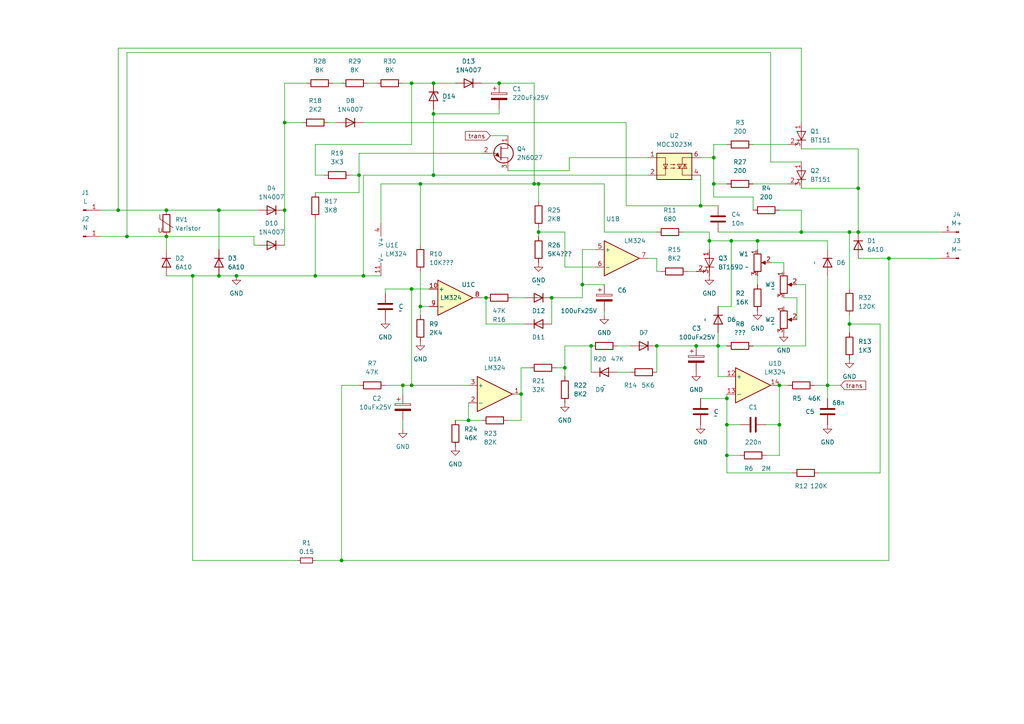
<source format=kicad_sch>
(kicad_sch (version 20230121) (generator eeschema)
  (paper "A4")
  (lib_symbols
    (symbol "Amplifier_Operational:LM324" (pin_names (offset 0.127))
      (property "Reference" "U" (at 0 5.08 0))
      (property "Value" "LM324" (at 0 -5.08 0))
      (symbol "LM324_1_1"
        (polyline (pts (xy -5.08 5.08) (xy 5.08 0) (xy -5.08 -5.08) (xy -5.08 5.08)) (stroke (width 0.254)) (fill (type background)))
        (pin output line (at 7.62 0 180) (length 2.54) (name "~") (number "1"))
        (pin input line (at -7.62 -2.54 0) (length 2.54) (name "-") (number "2"))
        (pin input line (at -7.62 2.54 0) (length 2.54) (name "+") (number "3"))
      )
      (symbol "LM324_2_1"
        (polyline (pts (xy -5.08 5.08) (xy 5.08 0) (xy -5.08 -5.08) (xy -5.08 5.08)) (stroke (width 0.254)) (fill (type background)))
        (pin input line (at -7.62 2.54 0) (length 2.54) (name "+") (number "5"))
        (pin input line (at -7.62 -2.54 0) (length 2.54) (name "-") (number "6"))
        (pin output line (at 7.62 0 180) (length 2.54) (name "~") (number "7"))
      )
      (symbol "LM324_3_1"
        (polyline (pts (xy -5.08 5.08) (xy 5.08 0) (xy -5.08 -5.08) (xy -5.08 5.08)) (stroke (width 0.254)) (fill (type background)))
        (pin input line (at -7.62 2.54 0) (length 2.54) (name "+") (number "10"))
        (pin output line (at 7.62 0 180) (length 2.54) (name "~") (number "8"))
        (pin input line (at -7.62 -2.54 0) (length 2.54) (name "-") (number "9"))
      )
      (symbol "LM324_4_1"
        (polyline (pts (xy -5.08 5.08) (xy 5.08 0) (xy -5.08 -5.08) (xy -5.08 5.08)) (stroke (width 0.254)) (fill (type background)))
        (pin input line (at -7.62 2.54 0) (length 2.54) (name "+") (number "12"))
        (pin input line (at -7.62 -2.54 0) (length 2.54) (name "-") (number "13"))
        (pin output line (at 7.62 0 180) (length 2.54) (name "~") (number "14"))
      )
      (symbol "LM324_5_1"
        (pin power_in line (at -2.54 -7.62 90) (length 3.81) (name "V-") (number "11"))
        (pin power_in line (at -2.54 7.62 270) (length 3.81) (name "V+") (number "4"))
      )
    )
    (symbol "Connector:Conn_01x01_Pin" (pin_names (offset 1.016) hide)
      (property "Reference" "J" (at 0 2.54 0))
      (property "Value" "Conn_01x01_Pin" (at 0 -2.54 0))
      (symbol "Conn_01x01_Pin_1_1"
        (polyline (pts (xy 1.27 0) (xy 0.8636 0)) (stroke (width 0.1524)))
        (rectangle (start 0.8636 0.127) (end 0 -0.127) (stroke (width 0.1524)) (fill (type outline)))
        (pin passive line (at 5.08 0 180) (length 3.81) (name "Pin_1") (number "1"))
      )
    )
    (symbol "Device:C" (pin_numbers hide) (pin_names (offset 0.254))
      (property "Reference" "C" (at 0.635 2.54 0))
      (property "Value" "C" (at 0.635 -2.54 0))
      (symbol "C_0_1"
        (polyline (pts (xy -2.032 -0.762) (xy 2.032 -0.762)) (stroke (width 0.508)))
        (polyline (pts (xy -2.032 0.762) (xy 2.032 0.762)) (stroke (width 0.508)))
      )
      (symbol "C_1_1"
        (pin passive line (at 0 3.81 270) (length 2.794) (name "~") (number "1"))
        (pin passive line (at 0 -3.81 90) (length 2.794) (name "~") (number "2"))
      )
    )
    (symbol "Device:C_Polarized" (pin_numbers hide) (pin_names (offset 0.254))
      (property "Reference" "C" (at 0.635 2.54 0))
      (property "Value" "C_Polarized" (at 0.635 -2.54 0))
      (symbol "C_Polarized_0_1"
        (rectangle (start -2.286 0.508) (end 2.286 1.016))
        (polyline (pts (xy -1.778 2.286) (xy -0.762 2.286)))
        (polyline (pts (xy -1.27 2.794) (xy -1.27 1.778)))
        (rectangle (start 2.286 -0.508) (end -2.286 -1.016) (fill (type outline)))
      )
      (symbol "C_Polarized_1_1"
        (pin passive line (at 0 3.81 270) (length 2.794) (name "~") (number "1"))
        (pin passive line (at 0 -3.81 90) (length 2.794) (name "~") (number "2"))
      )
    )
    (symbol "Device:D_Zener" (pin_numbers hide) (pin_names (offset 1.016) hide)
      (property "Reference" "D" (at 0 2.54 0))
      (property "Value" "D_Zener" (at 0 -2.54 0))
      (symbol "D_Zener_0_1"
        (polyline (pts (xy 1.27 0) (xy -1.27 0)))
        (polyline (pts (xy -1.27 -1.27) (xy -1.27 1.27) (xy -0.762 1.27)) (stroke (width 0.254)))
        (polyline (pts (xy 1.27 -1.27) (xy 1.27 1.27) (xy -1.27 0) (xy 1.27 -1.27)) (stroke (width 0.254)))
      )
      (symbol "D_Zener_1_1"
        (pin passive line (at -3.81 0 0) (length 2.54) (name "K") (number "1"))
        (pin passive line (at 3.81 0 180) (length 2.54) (name "A") (number "2"))
      )
    )
    (symbol "Device:R" (pin_numbers hide) (pin_names (offset 0))
      (property "Reference" "R" (at 2.032 0 90))
      (property "Value" "R" (at 0 0 90))
      (symbol "R_0_1"
        (rectangle (start -1.016 -2.54) (end 1.016 2.54) (stroke (width 0.254)))
      )
      (symbol "R_1_1"
        (pin passive line (at 0 3.81 270) (length 1.27) (name "~") (number "1"))
        (pin passive line (at 0 -3.81 90) (length 1.27) (name "~") (number "2"))
      )
    )
    (symbol "Device:R_Potentiometer" (pin_names (offset 1.016) hide)
      (property "Reference" "RV" (at -4.445 0 90))
      (property "Value" "R_Potentiometer" (at -2.54 0 90))
      (symbol "R_Potentiometer_0_1"
        (polyline (pts (xy 2.54 0) (xy 1.524 0)))
        (polyline (pts (xy 1.143 0) (xy 2.286 0.508) (xy 2.286 -0.508) (xy 1.143 0)) (fill (type outline)))
        (rectangle (start 1.016 2.54) (end -1.016 -2.54) (stroke (width 0.254)))
      )
      (symbol "R_Potentiometer_1_1"
        (pin passive line (at 0 3.81 270) (length 1.27) (name "1") (number "1"))
        (pin passive line (at 3.81 0 180) (length 1.27) (name "2") (number "2"))
        (pin passive line (at 0 -3.81 90) (length 1.27) (name "3") (number "3"))
      )
    )
    (symbol "Device:R_Small" (pin_numbers hide) (pin_names (offset 0.254) hide)
      (property "Reference" "R" (at 0.762 0.508 0))
      (property "Value" "R_Small" (at 0.762 -1.016 0))
      (symbol "R_Small_0_1"
        (rectangle (start -0.762 1.778) (end 0.762 -1.778) (stroke (width 0.2032)))
      )
      (symbol "R_Small_1_1"
        (pin passive line (at 0 2.54 270) (length 0.762) (name "~") (number "1"))
        (pin passive line (at 0 -2.54 90) (length 0.762) (name "~") (number "2"))
      )
    )
    (symbol "Device:Varistor" (pin_numbers hide) (pin_names (offset 0))
      (property "Reference" "RV" (at 3.175 0 90))
      (property "Value" "Varistor" (at -3.175 0 90))
      (symbol "Varistor_0_0"
        (text "U" (at -1.778 -2.032 0) (effects (font (size 1.27 1.27))))
      )
      (symbol "Varistor_0_1"
        (rectangle (start -1.016 -2.54) (end 1.016 2.54) (stroke (width 0.254)))
        (polyline (pts (xy -1.905 2.54) (xy -1.905 1.27) (xy 1.905 -1.27)))
      )
      (symbol "Varistor_1_1"
        (pin passive line (at 0 3.81 270) (length 1.27) (name "~") (number "1"))
        (pin passive line (at 0 -3.81 90) (length 1.27) (name "~") (number "2"))
      )
    )
    (symbol "Diode:1N4001" (pin_numbers hide) (pin_names hide)
      (property "Reference" "D" (at 0 2.54 0))
      (property "Value" "1N4001" (at 0 -2.54 0))
      (symbol "1N4001_0_1"
        (polyline (pts (xy -1.27 1.27) (xy -1.27 -1.27)) (stroke (width 0.254)))
        (polyline (pts (xy 1.27 0) (xy -1.27 0)))
        (polyline (pts (xy 1.27 1.27) (xy 1.27 -1.27) (xy -1.27 0) (xy 1.27 1.27)) (stroke (width 0.254)))
      )
      (symbol "1N4001_1_1"
        (pin passive line (at -3.81 0 0) (length 2.54) (name "K") (number "1"))
        (pin passive line (at 3.81 0 180) (length 2.54) (name "A") (number "2"))
      )
    )
    (symbol "Diode:1N4007" (pin_numbers hide) (pin_names hide)
      (property "Reference" "D" (at 0 2.54 0))
      (property "Value" "1N4007" (at 0 -2.54 0))
      (symbol "1N4007_0_1"
        (polyline (pts (xy -1.27 1.27) (xy -1.27 -1.27)) (stroke (width 0.254)))
        (polyline (pts (xy 1.27 0) (xy -1.27 0)))
        (polyline (pts (xy 1.27 1.27) (xy 1.27 -1.27) (xy -1.27 0) (xy 1.27 1.27)) (stroke (width 0.254)))
      )
      (symbol "1N4007_1_1"
        (pin passive line (at -3.81 0 0) (length 2.54) (name "K") (number "1"))
        (pin passive line (at 3.81 0 180) (length 2.54) (name "A") (number "2"))
      )
    )
    (symbol "Relay_SolidState:MOC3023M"
      (property "Reference" "U" (at -5.334 4.826 0))
      (property "Value" "MOC3023M" (at 0 5.08 0))
      (symbol "MOC3023M_0_1"
        (rectangle (start -5.08 3.81) (end 5.08 -3.81) (stroke (width 0.254)) (fill (type background)))
        (polyline (pts (xy -3.175 -0.635) (xy -1.905 -0.635)))
        (polyline (pts (xy 1.524 -0.635) (xy 1.524 0.635)))
        (polyline (pts (xy 3.048 0.635) (xy 3.048 -0.635)))
        (polyline (pts (xy 2.286 -0.635) (xy 2.286 -2.54) (xy 5.08 -2.54)))
        (polyline (pts (xy 2.286 0.635) (xy 2.286 2.54) (xy 5.08 2.54)))
        (polyline (pts (xy -5.08 2.54) (xy -2.54 2.54) (xy -2.54 -2.54) (xy -5.08 -2.54)))
        (polyline (pts (xy -2.54 -0.635) (xy -3.175 0.635) (xy -1.905 0.635) (xy -2.54 -0.635)))
        (polyline (pts (xy 0.889 -0.635) (xy 3.683 -0.635) (xy 3.048 0.635) (xy 2.413 -0.635)))
        (polyline (pts (xy 3.683 0.635) (xy 0.889 0.635) (xy 1.524 -0.635) (xy 2.159 0.635)))
        (polyline (pts (xy -1.143 -0.508) (xy 0.127 -0.508) (xy -0.254 -0.635) (xy -0.254 -0.381) (xy 0.127 -0.508)))
        (polyline (pts (xy -1.143 0.508) (xy 0.127 0.508) (xy -0.254 0.381) (xy -0.254 0.635) (xy 0.127 0.508)))
      )
      (symbol "MOC3023M_1_1"
        (pin passive line (at -7.62 2.54 0) (length 2.54) (name "~") (number "1"))
        (pin passive line (at -7.62 -2.54 0) (length 2.54) (name "~") (number "2"))
        (pin no_connect line (at -5.08 0 0) (length 2.54) hide (name "NC") (number "3"))
        (pin passive line (at 7.62 -2.54 180) (length 2.54) (name "~") (number "4"))
        (pin no_connect line (at 5.08 0 180) (length 2.54) hide (name "NC") (number "5"))
        (pin passive line (at 7.62 2.54 180) (length 2.54) (name "~") (number "6"))
      )
    )
    (symbol "Transistor_BJT:2N2647" (pin_names (offset 0) hide)
      (property "Reference" "Q" (at 5.08 1.905 0))
      (property "Value" "2N2647" (at 5.08 0 0))
      (symbol "2N2647_0_1"
        (polyline (pts (xy -2.54 0) (xy -1.016 0) (xy 0.508 -1.524)))
        (polyline (pts (xy 0.508 1.905) (xy 0.508 -1.905) (xy 0.508 -1.905)) (stroke (width 0.254)))
        (polyline (pts (xy 2.54 -2.54) (xy 2.54 -1.27) (xy 0.508 -1.27)))
        (polyline (pts (xy 2.54 2.54) (xy 2.54 1.397) (xy 0.508 1.397)))
        (polyline (pts (xy 0 -1.016) (xy -0.381 0.127) (xy -1.143 -0.635) (xy 0 -1.016)) (fill (type outline)))
        (circle (center 1.27 0) (radius 2.8194) (stroke (width 0.254)))
      )
      (symbol "2N2647_1_1"
        (pin passive line (at 2.54 5.08 270) (length 2.54) (name "B2") (number "1"))
        (pin input line (at -5.08 0 0) (length 2.54) (name "E") (number "2"))
        (pin passive line (at 2.54 -5.08 90) (length 2.54) (name "B1") (number "3"))
      )
    )
    (symbol "Triac_Thyristor:BT169B" (pin_names (offset 0) hide)
      (property "Reference" "Q" (at 2.54 1.905 0))
      (property "Value" "BT169B" (at 2.54 0 0))
      (symbol "BT169B_0_1"
        (polyline (pts (xy -1.27 -2.54) (xy -0.635 -1.27)))
        (polyline (pts (xy -1.27 -1.27) (xy 1.27 -1.27)) (stroke (width 0.2032)))
        (polyline (pts (xy 0 -2.54) (xy 0 2.54)))
        (polyline (pts (xy -1.27 1.27) (xy 1.27 1.27) (xy 0 -1.27) (xy -1.27 1.27)) (stroke (width 0.2032)))
      )
      (symbol "BT169B_1_1"
        (pin passive line (at 0 3.81 270) (length 2.54) (name "A") (number "1"))
        (pin input line (at -3.81 -2.54 0) (length 2.54) (name "G") (number "2"))
        (pin passive line (at 0 -3.81 90) (length 2.54) (name "K") (number "3"))
      )
    )
    (symbol "Triac_Thyristor:BT169D" (pin_names (offset 0) hide)
      (property "Reference" "Q" (at 2.54 1.905 0))
      (property "Value" "BT169D" (at 2.54 0 0))
      (symbol "BT169D_0_1"
        (polyline (pts (xy -1.27 -2.54) (xy -0.635 -1.27)))
        (polyline (pts (xy -1.27 -1.27) (xy 1.27 -1.27)) (stroke (width 0.2032)))
        (polyline (pts (xy 0 -2.54) (xy 0 2.54)))
        (polyline (pts (xy -1.27 1.27) (xy 1.27 1.27) (xy 0 -1.27) (xy -1.27 1.27)) (stroke (width 0.2032)))
      )
      (symbol "BT169D_1_1"
        (pin passive line (at 0 3.81 270) (length 2.54) (name "A") (number "1"))
        (pin input line (at -3.81 -2.54 0) (length 2.54) (name "G") (number "2"))
        (pin passive line (at 0 -3.81 90) (length 2.54) (name "K") (number "3"))
      )
    )
    (symbol "power:GND" (power) (pin_names (offset 0))
      (property "Value" "GND" (at 0 -3.81 0))
      (symbol "GND_0_1"
        (polyline (pts (xy 0 0) (xy 0 -1.27) (xy 1.27 -1.27) (xy 0 -2.54) (xy -1.27 -1.27) (xy 0 -1.27)))
      )
      (symbol "GND_1_1"
        (pin power_in line (at 0 0 270) (length 0) hide (name "GND") (number "1"))
      )
    )
  )
  (junction (at 151.13 114.3))
  (junction (at 190.5 100.33))
  (junction (at 105.41 80.01))
  (junction (at 210.82 132.08))
  (junction (at 144.78 24.13))
  (junction (at 55.88 80.01))
  (junction (at 121.92 88.9))
  (junction (at 248.92 67.31))
  (junction (at 232.41 67.31))
  (junction (at 68.58 80.01))
  (junction (at 63.5 60.96))
  (junction (at 257.81 74.93))
  (junction (at 154.94 53.34))
  (junction (at 246.38 67.31))
  (junction (at 63.5 80.01))
  (junction (at 34.29 60.96))
  (junction (at 207.01 45.72))
  (junction (at 82.55 60.96))
  (junction (at 156.21 53.34))
  (junction (at 203.2 59.69))
  (junction (at 135.89 121.92))
  (junction (at 99.06 162.56))
  (junction (at 226.06 111.76))
  (junction (at 163.83 106.68))
  (junction (at 160.02 86.36))
  (junction (at 156.21 67.31))
  (junction (at 48.26 60.96))
  (junction (at 119.38 111.76))
  (junction (at 125.73 33.02))
  (junction (at 48.26 68.58))
  (junction (at 248.92 54.61))
  (junction (at 208.28 100.33))
  (junction (at 240.03 111.76))
  (junction (at 125.73 24.13))
  (junction (at 201.93 100.33))
  (junction (at 91.44 80.01))
  (junction (at 212.09 69.85))
  (junction (at 140.97 86.36))
  (junction (at 210.82 123.19))
  (junction (at 246.38 93.98))
  (junction (at 210.82 115.57))
  (junction (at 121.92 53.34))
  (junction (at 125.73 50.8))
  (junction (at 168.91 82.55))
  (junction (at 36.83 68.58))
  (junction (at 119.38 24.13))
  (junction (at 171.45 100.33))
  (junction (at 205.74 69.85))
  (junction (at 226.06 123.19))
  (junction (at 82.55 35.56))
  (junction (at 119.38 83.82))
  (junction (at 207.01 53.34))
  (junction (at 104.14 50.8))
  (junction (at 219.71 69.85))
  (junction (at 116.84 111.76))
  (wire (pts (xy 227.33 76.2) (xy 227.33 78.74)))
  (wire (pts (xy 218.44 60.96) (xy 218.44 57.15)))
  (wire (pts (xy 73.66 68.58) (xy 48.26 68.58)))
  (wire (pts (xy 208.28 96.52) (xy 208.28 100.33)))
  (wire (pts (xy 132.08 121.92) (xy 135.89 121.92)))
  (wire (pts (xy 160.02 86.36) (xy 168.91 86.36)))
  (wire (pts (xy 163.83 77.47) (xy 163.83 67.31)))
  (wire (pts (xy 198.12 67.31) (xy 205.74 67.31)))
  (wire (pts (xy 116.84 111.76) (xy 119.38 111.76)))
  (wire (pts (xy 119.38 83.82) (xy 119.38 111.76)))
  (wire (pts (xy 233.68 82.55) (xy 233.68 100.33)))
  (wire (pts (xy 105.41 80.01) (xy 91.44 80.01)))
  (wire (pts (xy 237.49 137.16) (xy 255.27 137.16)))
  (wire (pts (xy 55.88 80.01) (xy 63.5 80.01)))
  (wire (pts (xy 179.07 100.33) (xy 182.88 100.33)))
  (wire (pts (xy 110.49 53.34) (xy 121.92 53.34)))
  (wire (pts (xy 34.29 13.97) (xy 232.41 13.97)))
  (wire (pts (xy 232.41 67.31) (xy 246.38 67.31)))
  (wire (pts (xy 240.03 111.76) (xy 240.03 115.57)))
  (wire (pts (xy 125.73 24.13) (xy 132.08 24.13)))
  (wire (pts (xy 163.83 100.33) (xy 171.45 100.33)))
  (wire (pts (xy 248.92 43.18) (xy 248.92 54.61)))
  (wire (pts (xy 91.44 80.01) (xy 68.58 80.01)))
  (wire (pts (xy 255.27 137.16) (xy 255.27 93.98)))
  (wire (pts (xy 236.22 111.76) (xy 240.03 111.76)))
  (wire (pts (xy 116.84 24.13) (xy 119.38 24.13)))
  (wire (pts (xy 222.25 123.19) (xy 226.06 123.19)))
  (wire (pts (xy 219.71 80.01) (xy 219.71 82.55)))
  (wire (pts (xy 119.38 111.76) (xy 135.89 111.76)))
  (wire (pts (xy 151.13 114.3) (xy 151.13 106.68)))
  (wire (pts (xy 232.41 43.18) (xy 248.92 43.18)))
  (wire (pts (xy 105.41 80.01) (xy 110.49 80.01)))
  (wire (pts (xy 190.5 78.74) (xy 190.5 74.93)))
  (wire (pts (xy 210.82 123.19) (xy 210.82 115.57)))
  (wire (pts (xy 226.06 132.08) (xy 226.06 123.19)))
  (wire (pts (xy 154.94 53.34) (xy 156.21 53.34)))
  (wire (pts (xy 151.13 106.68) (xy 153.67 106.68)))
  (wire (pts (xy 257.81 162.56) (xy 257.81 74.93)))
  (wire (pts (xy 232.41 13.97) (xy 232.41 35.56)))
  (wire (pts (xy 111.76 83.82) (xy 111.76 85.09)))
  (wire (pts (xy 139.7 44.45) (xy 104.14 44.45)))
  (wire (pts (xy 223.52 76.2) (xy 227.33 76.2)))
  (wire (pts (xy 214.63 123.19) (xy 210.82 123.19)))
  (wire (pts (xy 154.94 24.13) (xy 144.78 24.13)))
  (wire (pts (xy 104.14 50.8) (xy 104.14 44.45)))
  (wire (pts (xy 86.36 162.56) (xy 55.88 162.56)))
  (wire (pts (xy 168.91 82.55) (xy 168.91 72.39)))
  (wire (pts (xy 203.2 50.8) (xy 203.2 59.69)))
  (wire (pts (xy 208.28 109.22) (xy 210.82 109.22)))
  (wire (pts (xy 273.05 74.93) (xy 257.81 74.93)))
  (wire (pts (xy 246.38 91.44) (xy 246.38 93.98)))
  (wire (pts (xy 210.82 132.08) (xy 210.82 123.19)))
  (wire (pts (xy 205.74 72.39) (xy 205.74 69.85)))
  (wire (pts (xy 165.1 45.72) (xy 165.1 49.53)))
  (wire (pts (xy 48.26 68.58) (xy 48.26 72.39)))
  (wire (pts (xy 95.25 35.56) (xy 97.79 35.56)))
  (wire (pts (xy 139.7 86.36) (xy 140.97 86.36)))
  (wire (pts (xy 36.83 68.58) (xy 48.26 68.58)))
  (wire (pts (xy 181.61 59.69) (xy 203.2 59.69)))
  (wire (pts (xy 227.33 86.36) (xy 231.14 86.36)))
  (wire (pts (xy 82.55 24.13) (xy 88.9 24.13)))
  (wire (pts (xy 104.14 50.8) (xy 104.14 55.88)))
  (wire (pts (xy 29.21 60.96) (xy 34.29 60.96)))
  (wire (pts (xy 181.61 35.56) (xy 181.61 59.69)))
  (wire (pts (xy 29.21 68.58) (xy 36.83 68.58)))
  (wire (pts (xy 248.92 54.61) (xy 248.92 67.31)))
  (wire (pts (xy 226.06 111.76) (xy 228.6 111.76)))
  (wire (pts (xy 218.44 53.34) (xy 228.6 53.34)))
  (wire (pts (xy 55.88 162.56) (xy 55.88 80.01)))
  (wire (pts (xy 91.44 50.8) (xy 93.98 50.8)))
  (wire (pts (xy 144.78 33.02) (xy 144.78 31.75)))
  (wire (pts (xy 171.45 100.33) (xy 171.45 107.95)))
  (wire (pts (xy 232.41 46.99) (xy 223.52 46.99)))
  (wire (pts (xy 142.24 39.37) (xy 147.32 39.37)))
  (wire (pts (xy 208.28 67.31) (xy 232.41 67.31)))
  (wire (pts (xy 207.01 57.15) (xy 207.01 53.34)))
  (wire (pts (xy 210.82 53.34) (xy 207.01 53.34)))
  (wire (pts (xy 68.58 80.01) (xy 63.5 80.01)))
  (wire (pts (xy 91.44 162.56) (xy 99.06 162.56)))
  (wire (pts (xy 121.92 78.74) (xy 121.92 88.9)))
  (wire (pts (xy 240.03 80.01) (xy 240.03 111.76)))
  (wire (pts (xy 175.26 67.31) (xy 190.5 67.31)))
  (wire (pts (xy 121.92 53.34) (xy 121.92 71.12)))
  (wire (pts (xy 255.27 93.98) (xy 246.38 93.98)))
  (wire (pts (xy 111.76 111.76) (xy 116.84 111.76)))
  (wire (pts (xy 187.96 45.72) (xy 165.1 45.72)))
  (wire (pts (xy 190.5 74.93) (xy 187.96 74.93)))
  (wire (pts (xy 34.29 60.96) (xy 48.26 60.96)))
  (wire (pts (xy 226.06 60.96) (xy 232.41 60.96)))
  (wire (pts (xy 210.82 41.91) (xy 207.01 41.91)))
  (wire (pts (xy 154.94 53.34) (xy 154.94 24.13)))
  (wire (pts (xy 82.55 35.56) (xy 82.55 24.13)))
  (wire (pts (xy 248.92 74.93) (xy 257.81 74.93)))
  (wire (pts (xy 163.83 106.68) (xy 163.83 100.33)))
  (wire (pts (xy 229.87 137.16) (xy 210.82 137.16)))
  (wire (pts (xy 124.46 83.82) (xy 119.38 83.82)))
  (wire (pts (xy 73.66 71.12) (xy 74.93 71.12)))
  (wire (pts (xy 240.03 111.76) (xy 243.84 111.76)))
  (wire (pts (xy 152.4 86.36) (xy 148.59 86.36)))
  (wire (pts (xy 191.77 78.74) (xy 190.5 78.74)))
  (wire (pts (xy 48.26 80.01) (xy 55.88 80.01)))
  (wire (pts (xy 190.5 100.33) (xy 190.5 107.95)))
  (wire (pts (xy 82.55 60.96) (xy 82.55 35.56)))
  (wire (pts (xy 207.01 41.91) (xy 207.01 45.72)))
  (wire (pts (xy 91.44 55.88) (xy 104.14 55.88)))
  (wire (pts (xy 218.44 57.15) (xy 207.01 57.15)))
  (wire (pts (xy 175.26 90.17) (xy 175.26 91.44)))
  (wire (pts (xy 199.39 78.74) (xy 201.93 78.74)))
  (wire (pts (xy 99.06 111.76) (xy 99.06 162.56)))
  (wire (pts (xy 175.26 53.34) (xy 175.26 67.31)))
  (wire (pts (xy 140.97 93.98) (xy 152.4 93.98)))
  (wire (pts (xy 168.91 72.39) (xy 172.72 72.39)))
  (wire (pts (xy 231.14 86.36) (xy 231.14 92.71)))
  (wire (pts (xy 99.06 162.56) (xy 257.81 162.56)))
  (wire (pts (xy 203.2 115.57) (xy 210.82 115.57)))
  (wire (pts (xy 116.84 111.76) (xy 116.84 114.3)))
  (wire (pts (xy 168.91 82.55) (xy 168.91 86.36)))
  (wire (pts (xy 212.09 69.85) (xy 205.74 69.85)))
  (wire (pts (xy 63.5 60.96) (xy 74.93 60.96)))
  (wire (pts (xy 160.02 86.36) (xy 160.02 93.98)))
  (wire (pts (xy 168.91 82.55) (xy 175.26 82.55)))
  (wire (pts (xy 201.93 100.33) (xy 208.28 100.33)))
  (wire (pts (xy 226.06 123.19) (xy 226.06 111.76)))
  (wire (pts (xy 240.03 72.39) (xy 240.03 69.85)))
  (wire (pts (xy 205.74 69.85) (xy 205.74 67.31)))
  (wire (pts (xy 165.1 49.53) (xy 147.32 49.53)))
  (wire (pts (xy 105.41 50.8) (xy 105.41 80.01)))
  (wire (pts (xy 222.25 132.08) (xy 226.06 132.08)))
  (wire (pts (xy 190.5 100.33) (xy 201.93 100.33)))
  (wire (pts (xy 163.83 67.31) (xy 156.21 67.31)))
  (wire (pts (xy 106.68 24.13) (xy 109.22 24.13)))
  (wire (pts (xy 161.29 106.68) (xy 163.83 106.68)))
  (wire (pts (xy 187.96 50.8) (xy 125.73 50.8)))
  (wire (pts (xy 163.83 106.68) (xy 163.83 109.22)))
  (wire (pts (xy 82.55 35.56) (xy 87.63 35.56)))
  (wire (pts (xy 119.38 24.13) (xy 125.73 24.13)))
  (wire (pts (xy 124.46 88.9) (xy 121.92 88.9)))
  (wire (pts (xy 91.44 63.5) (xy 91.44 80.01)))
  (wire (pts (xy 121.92 88.9) (xy 121.92 91.44)))
  (wire (pts (xy 246.38 67.31) (xy 246.38 83.82)))
  (wire (pts (xy 248.92 67.31) (xy 273.05 67.31)))
  (wire (pts (xy 208.28 88.9) (xy 212.09 88.9)))
  (wire (pts (xy 210.82 115.57) (xy 210.82 114.3)))
  (wire (pts (xy 73.66 71.12) (xy 73.66 68.58)))
  (wire (pts (xy 110.49 53.34) (xy 110.49 64.77)))
  (wire (pts (xy 63.5 60.96) (xy 48.26 60.96)))
  (wire (pts (xy 179.07 107.95) (xy 182.88 107.95)))
  (wire (pts (xy 232.41 60.96) (xy 232.41 67.31)))
  (wire (pts (xy 156.21 53.34) (xy 175.26 53.34)))
  (wire (pts (xy 119.38 83.82) (xy 111.76 83.82)))
  (wire (pts (xy 210.82 137.16) (xy 210.82 132.08)))
  (wire (pts (xy 121.92 53.34) (xy 154.94 53.34)))
  (wire (pts (xy 232.41 54.61) (xy 248.92 54.61)))
  (wire (pts (xy 135.89 116.84) (xy 135.89 121.92)))
  (wire (pts (xy 34.29 13.97) (xy 34.29 60.96)))
  (wire (pts (xy 119.38 24.13) (xy 119.38 41.91)))
  (wire (pts (xy 101.6 50.8) (xy 104.14 50.8)))
  (wire (pts (xy 233.68 100.33) (xy 218.44 100.33)))
  (wire (pts (xy 125.73 33.02) (xy 125.73 50.8)))
  (wire (pts (xy 156.21 58.42) (xy 156.21 53.34)))
  (wire (pts (xy 156.21 66.04) (xy 156.21 67.31)))
  (wire (pts (xy 147.32 121.92) (xy 151.13 121.92)))
  (wire (pts (xy 223.52 46.99) (xy 223.52 15.24)))
  (wire (pts (xy 151.13 121.92) (xy 151.13 114.3)))
  (wire (pts (xy 207.01 45.72) (xy 203.2 45.72)))
  (wire (pts (xy 63.5 72.39) (xy 63.5 60.96)))
  (wire (pts (xy 82.55 60.96) (xy 82.55 71.12)))
  (wire (pts (xy 208.28 100.33) (xy 208.28 109.22)))
  (wire (pts (xy 119.38 41.91) (xy 91.44 41.91)))
  (wire (pts (xy 140.97 86.36) (xy 140.97 93.98)))
  (wire (pts (xy 203.2 59.69) (xy 208.28 59.69)))
  (wire (pts (xy 116.84 121.92) (xy 116.84 124.46)))
  (wire (pts (xy 214.63 132.08) (xy 210.82 132.08)))
  (wire (pts (xy 135.89 121.92) (xy 139.7 121.92)))
  (wire (pts (xy 104.14 111.76) (xy 99.06 111.76)))
  (wire (pts (xy 125.73 50.8) (xy 105.41 50.8)))
  (wire (pts (xy 246.38 93.98) (xy 246.38 96.52)))
  (wire (pts (xy 96.52 24.13) (xy 99.06 24.13)))
  (wire (pts (xy 139.7 24.13) (xy 144.78 24.13)))
  (wire (pts (xy 240.03 69.85) (xy 219.71 69.85)))
  (wire (pts (xy 156.21 67.31) (xy 156.21 68.58)))
  (wire (pts (xy 246.38 67.31) (xy 248.92 67.31)))
  (wire (pts (xy 125.73 31.75) (xy 125.73 33.02)))
  (wire (pts (xy 212.09 88.9) (xy 212.09 69.85)))
  (wire (pts (xy 231.14 82.55) (xy 233.68 82.55)))
  (wire (pts (xy 219.71 72.39) (xy 219.71 69.85)))
  (wire (pts (xy 218.44 41.91) (xy 228.6 41.91)))
  (wire (pts (xy 207.01 53.34) (xy 207.01 45.72)))
  (wire (pts (xy 219.71 69.85) (xy 212.09 69.85)))
  (wire (pts (xy 91.44 41.91) (xy 91.44 50.8)))
  (wire (pts (xy 125.73 33.02) (xy 144.78 33.02)))
  (wire (pts (xy 105.41 35.56) (xy 181.61 35.56)))
  (wire (pts (xy 36.83 15.24) (xy 36.83 68.58)))
  (wire (pts (xy 172.72 77.47) (xy 163.83 77.47)))
  (wire (pts (xy 208.28 100.33) (xy 210.82 100.33)))
  (wire (pts (xy 223.52 15.24) (xy 36.83 15.24)))
  (global_label "trans" (shape input) (at 243.84 111.76 0) (property "Intersheetrefs" "${INTERSHEET_REFS}" (effects hide)))
  (global_label "trans" (shape input) (at 142.24 39.37 180) (property "Intersheetrefs" "${INTERSHEET_REFS}" (effects hide)))
  (symbol (lib_id "Diode:1N4001") (at 248.92 71.12 270) (unit 1)
    (property "Reference" "D1" (at 251.46 69.85 90) (effects (justify left)))
    (property "Value" "6A10" (at 251.46 72.39 90) (effects (justify left)))
    (property "Footprint" "Diode_THT:D_DO-41_SOD81_P10.16mm_Horizontal" (effects hide))
    (property "Datasheet" "http://www.vishay.com/docs/88503/1n4001.pdf" (effects hide))
    (property "Sim.Device" "D" (effects hide))
    (property "Sim.Pins" "1=K 2=A" (effects hide))
  )
  (symbol (lib_id "Device:R") (at 233.68 137.16 90) (unit 1)
    (property "Reference" "R12" (at 232.41 140.97 90))
    (property "Value" "120K" (at 237.49 140.97 90))
  )
  (symbol (lib_id "Device:R") (at 214.63 100.33 90) (unit 1)
    (property "Reference" "R8" (at 214.63 93.98 90))
    (property "Value" "???" (at 214.63 96.52 90))
  )
  (symbol (lib_id "Device:R") (at 156.21 62.23 0) (unit 1)
    (property "Reference" "R25" (at 158.75 60.96 0) (effects (justify left)))
    (property "Value" "2K8" (at 158.75 63.5 0) (effects (justify left)))
  )
  (symbol (lib_id "Device:C") (at 218.44 123.19 90) (unit 1)
    (property "Reference" "C1" (at 218.44 118.11 90))
    (property "Value" "220n" (at 220.98 128.27 90) (effects (justify left)))
  )
  (symbol (lib_id "power:GND") (at 156.21 76.2 0) (unit 1)
    (property "Reference" "#PWR07" (effects hide))
    (property "Value" "GND" (at 156.21 81.28 0))
  )
  (symbol (lib_id "Device:R") (at 194.31 67.31 90) (unit 1)
    (property "Reference" "R11" (at 194.31 60.96 90))
    (property "Value" "680" (at 194.31 63.5 90))
  )
  (symbol (lib_id "Device:Varistor") (at 48.26 64.77 0) (unit 1)
    (property "Reference" "RV1" (at 50.8 63.6933 0) (effects (justify left)))
    (property "Value" "Varistor" (at 50.8 66.2333 0) (effects (justify left)))
    (property "Sim.Name" "kicad_builtin_varistor" (effects hide))
    (property "Sim.Device" "SUBCKT" (effects hide))
    (property "Sim.Pins" "1=A 2=B" (effects hide))
    (property "Sim.Params" "threshold=1k" (effects hide))
    (property "Sim.Library" "${KICAD7_SYMBOL_DIR}/Simulation_SPICE.sp" (effects hide))
  )
  (symbol (lib_id "Device:R") (at 218.44 132.08 90) (unit 1)
    (property "Reference" "R6" (at 217.17 135.89 90))
    (property "Value" "2M" (at 222.25 135.89 90))
  )
  (symbol (lib_id "Amplifier_Operational:LM324") (at 180.34 74.93 0) (unit 2)
    (property "Reference" "U1" (at 177.8 63.5 0))
    (property "Value" "LM324" (at 184.15 69.85 0))
    (property "Datasheet" "http://www.ti.com/lit/ds/symlink/lm2902-n.pdf" (effects hide))
  )
  (symbol (lib_id "Diode:1N4007") (at 240.03 76.2 270) (unit 1)
    (property "Reference" "D6" (at 242.57 76.2 90) (effects (justify left)))
    (property "Value" "~" (at 236.22 76.2 0))
    (property "Footprint" "Diode_THT:D_DO-41_SOD81_P10.16mm_Horizontal" (effects hide))
    (property "Datasheet" "http://www.vishay.com/docs/88503/1n4001.pdf" (effects hide))
    (property "Sim.Device" "D" (effects hide))
    (property "Sim.Pins" "1=K 2=A" (effects hide))
  )
  (symbol (lib_id "Device:R") (at 143.51 121.92 90) (unit 1)
    (property "Reference" "R23" (at 142.24 125.73 90))
    (property "Value" "82K" (at 142.24 128.27 90))
  )
  (symbol (lib_id "Diode:1N4007") (at 175.26 107.95 0) (unit 1)
    (property "Reference" "D9" (at 173.99 113.03 0))
    (property "Value" "~" (at 175.26 111.76 0))
    (property "Footprint" "Diode_THT:D_DO-41_SOD81_P10.16mm_Horizontal" (effects hide))
    (property "Datasheet" "http://www.vishay.com/docs/88503/1n4001.pdf" (effects hide))
    (property "Sim.Device" "D" (effects hide))
    (property "Sim.Pins" "1=K 2=A" (effects hide))
  )
  (symbol (lib_id "Diode:1N4001") (at 63.5 76.2 270) (unit 1)
    (property "Reference" "D3" (at 66.04 74.93 90) (effects (justify left)))
    (property "Value" "6A10" (at 66.04 77.47 90) (effects (justify left)))
    (property "Footprint" "Diode_THT:D_DO-41_SOD81_P10.16mm_Horizontal" (effects hide))
    (property "Datasheet" "http://www.vishay.com/docs/88503/1n4001.pdf" (effects hide))
    (property "Sim.Device" "D" (effects hide))
    (property "Sim.Pins" "1=K 2=A" (effects hide))
  )
  (symbol (lib_id "Device:R") (at 113.03 24.13 90) (unit 1)
    (property "Reference" "R30" (at 113.03 17.78 90))
    (property "Value" "8K" (at 113.03 20.32 90))
  )
  (symbol (lib_id "power:GND") (at 219.71 90.17 0) (unit 1)
    (property "Reference" "#PWR02" (effects hide))
    (property "Value" "GND" (at 219.71 95.25 0))
  )
  (symbol (lib_id "Amplifier_Operational:LM324") (at 132.08 86.36 0) (unit 3)
    (property "Reference" "U1" (at 135.89 82.55 0))
    (property "Value" "LM324" (at 130.81 86.36 0))
    (property "Datasheet" "http://www.ti.com/lit/ds/symlink/lm2902-n.pdf" (effects hide))
  )
  (symbol (lib_id "Device:R") (at 91.44 35.56 90) (unit 1)
    (property "Reference" "R18" (at 91.44 29.21 90))
    (property "Value" "2K2" (at 91.44 31.75 90))
  )
  (symbol (lib_id "Transistor_BJT:2N2647") (at 144.78 44.45 0) (unit 1)
    (property "Reference" "Q4" (at 149.86 43.18 0) (effects (justify left)))
    (property "Value" "2N6027" (at 149.86 45.72 0) (effects (justify left)))
    (property "Footprint" "Package_TO_SOT_THT:TO-18-3" (effects hide))
    (property "Datasheet" "http://www.bucek.name/pdf/2n2646,2647.pdf" (effects hide))
  )
  (symbol (lib_id "Device:R") (at 102.87 24.13 90) (unit 1)
    (property "Reference" "R29" (at 102.87 17.78 90))
    (property "Value" "8K" (at 102.87 20.32 90))
  )
  (symbol (lib_id "Triac_Thyristor:BT169B") (at 232.41 39.37 0) (unit 1)
    (property "Reference" "Q1" (at 234.95 38.1 0) (effects (justify left)))
    (property "Value" "BT151" (at 234.95 40.64 0) (effects (justify left)))
    (property "Footprint" "Package_TO_SOT_THT:TO-92_Inline" (effects hide))
    (property "Datasheet" "https://media.digikey.com/pdf/Data%20Sheets/NXP%20PDFs/BT169_Series.pdf" (effects hide))
  )
  (symbol (lib_id "power:GND") (at 246.38 104.14 0) (unit 1)
    (property "Reference" "#PWR015" (effects hide))
    (property "Value" "GND" (at 246.38 109.22 0))
  )
  (symbol (lib_id "power:GND") (at 132.08 129.54 0) (unit 1)
    (property "Reference" "#PWR09" (effects hide))
    (property "Value" "GND" (at 132.08 134.62 0))
  )
  (symbol (lib_id "Device:R") (at 132.08 125.73 0) (unit 1)
    (property "Reference" "R24" (at 134.62 124.46 0) (effects (justify left)))
    (property "Value" "46K" (at 134.62 127 0) (effects (justify left)))
  )
  (symbol (lib_id "Device:R") (at 91.44 59.69 180) (unit 1)
    (property "Reference" "R17" (at 93.98 58.42 0) (effects (justify right)))
    (property "Value" "3K8" (at 93.98 60.96 0) (effects (justify right)))
  )
  (symbol (lib_id "power:GND") (at 205.74 80.01 0) (unit 1)
    (property "Reference" "#PWR04" (effects hide))
    (property "Value" "GND" (at 205.74 85.09 0))
  )
  (symbol (lib_id "Device:R") (at 214.63 53.34 90) (unit 1)
    (property "Reference" "R27" (at 214.63 46.99 90))
    (property "Value" "200" (at 214.63 49.53 90))
  )
  (symbol (lib_id "Device:R") (at 156.21 72.39 0) (unit 1)
    (property "Reference" "R26" (at 158.75 71.12 0) (effects (justify left)))
    (property "Value" "5K4???" (at 158.75 73.66 0) (effects (justify left)))
  )
  (symbol (lib_id "Device:R") (at 163.83 113.03 0) (unit 1)
    (property "Reference" "R22" (at 166.37 111.76 0) (effects (justify left)))
    (property "Value" "8K2" (at 166.37 114.3 0) (effects (justify left)))
  )
  (symbol (lib_id "Device:C_Polarized") (at 175.26 86.36 0) (unit 1)
    (property "Reference" "C6" (at 179.07 84.201 0) (effects (justify left)))
    (property "Value" "100uFx25V" (at 162.56 90.17 0) (effects (justify left)))
  )
  (symbol (lib_id "Device:C_Polarized") (at 144.78 27.94 0) (unit 1)
    (property "Reference" "C1" (at 148.59 25.781 0) (effects (justify left)))
    (property "Value" "220uFx25V" (at 148.59 28.321 0) (effects (justify left)))
  )
  (symbol (lib_id "Diode:1N4007") (at 135.89 24.13 180) (unit 1)
    (property "Reference" "D13" (at 135.89 17.78 0))
    (property "Value" "1N4007" (at 135.89 20.32 0))
    (property "Footprint" "Diode_THT:D_DO-41_SOD81_P10.16mm_Horizontal" (effects hide))
    (property "Datasheet" "http://www.vishay.com/docs/88503/1n4001.pdf" (effects hide))
    (property "Sim.Device" "D" (effects hide))
    (property "Sim.Pins" "1=K 2=A" (effects hide))
  )
  (symbol (lib_id "Diode:1N4007") (at 186.69 100.33 180) (unit 1)
    (property "Reference" "D7" (at 186.69 96.52 0))
    (property "Value" "~" (at 186.69 96.52 0))
    (property "Footprint" "Diode_THT:D_DO-41_SOD81_P10.16mm_Horizontal" (effects hide))
    (property "Datasheet" "http://www.vishay.com/docs/88503/1n4001.pdf" (effects hide))
    (property "Sim.Device" "D" (effects hide))
    (property "Sim.Pins" "1=K 2=A" (effects hide))
  )
  (symbol (lib_id "Device:R") (at 97.79 50.8 90) (unit 1)
    (property "Reference" "R19" (at 97.79 44.45 90))
    (property "Value" "3K3" (at 97.79 46.99 90))
  )
  (symbol (lib_id "Device:R_Potentiometer") (at 219.71 76.2 0) (unit 1)
    (property "Reference" "W1" (at 217.17 73.66 0) (effects (justify right)))
    (property "Value" "~" (at 217.17 77.47 0) (effects (justify right)))
  )
  (symbol (lib_id "power:GND") (at 201.93 107.95 0) (unit 1)
    (property "Reference" "#PWR06" (effects hide))
    (property "Value" "GND" (at 201.93 113.03 0))
  )
  (symbol (lib_id "Relay_SolidState:MOC3023M") (at 195.58 48.26 0) (unit 1)
    (property "Reference" "U2" (at 195.58 39.37 0))
    (property "Value" "MOC3023M" (at 195.58 41.91 0))
    (property "Datasheet" "https://www.onsemi.com/pub/Collateral/MOC3023M-D.PDF" (effects hide))
  )
  (symbol (lib_id "Device:R") (at 232.41 111.76 90) (unit 1)
    (property "Reference" "R5" (at 231.14 115.57 90))
    (property "Value" "46K" (at 236.22 115.57 90))
  )
  (symbol (lib_id "Diode:1N4007") (at 101.6 35.56 180) (unit 1)
    (property "Reference" "D8" (at 101.6 29.21 0))
    (property "Value" "1N4007" (at 101.6 31.75 0))
    (property "Footprint" "Diode_THT:D_DO-41_SOD81_P10.16mm_Horizontal" (effects hide))
    (property "Datasheet" "http://www.vishay.com/docs/88503/1n4001.pdf" (effects hide))
    (property "Sim.Device" "D" (effects hide))
    (property "Sim.Pins" "1=K 2=A" (effects hide))
  )
  (symbol (lib_id "Device:R") (at 107.95 111.76 90) (unit 1)
    (property "Reference" "R7" (at 107.95 105.41 90))
    (property "Value" "47K" (at 107.95 107.95 90))
  )
  (symbol (lib_id "Device:R") (at 246.38 87.63 180) (unit 1)
    (property "Reference" "R32" (at 248.92 86.36 0) (effects (justify right)))
    (property "Value" "120K" (at 248.92 88.9 0) (effects (justify right)))
  )
  (symbol (lib_id "Device:R") (at 195.58 78.74 90) (unit 1)
    (property "Reference" "R15" (at 195.58 72.39 90))
    (property "Value" "8K2" (at 195.58 74.93 90))
  )
  (symbol (lib_id "Diode:1N4007") (at 156.21 93.98 0) (unit 1)
    (property "Reference" "D11" (at 156.21 97.79 0))
    (property "Value" "~" (at 156.21 97.79 0))
    (property "Footprint" "Diode_THT:D_DO-41_SOD81_P10.16mm_Horizontal" (effects hide))
    (property "Datasheet" "http://www.vishay.com/docs/88503/1n4001.pdf" (effects hide))
    (property "Sim.Device" "D" (effects hide))
    (property "Sim.Pins" "1=K 2=A" (effects hide))
  )
  (symbol (lib_id "Device:C") (at 111.76 88.9 0) (unit 1)
    (property "Reference" "C" (at 115.57 88.9 0) (effects (justify left)))
    (property "Value" "~" (at 115.57 90.17 0) (effects (justify left)))
  )
  (symbol (lib_id "Device:R") (at 121.92 74.93 0) (unit 1)
    (property "Reference" "R10" (at 124.46 73.66 0) (effects (justify left)))
    (property "Value" "10K???" (at 124.46 76.2 0) (effects (justify left)))
  )
  (symbol (lib_id "Triac_Thyristor:BT169D") (at 205.74 76.2 0) (unit 1)
    (property "Reference" "Q3" (at 208.28 74.93 0) (effects (justify left)))
    (property "Value" "BT169D" (at 208.28 77.47 0) (effects (justify left)))
    (property "Footprint" "Package_TO_SOT_THT:TO-92_Inline" (effects hide))
    (property "Datasheet" "https://media.digikey.com/pdf/Data%20Sheets/NXP%20PDFs/BT169_Series.pdf" (effects hide))
  )
  (symbol (lib_id "Amplifier_Operational:LM324") (at 113.03 72.39 0) (unit 5)
    (property "Reference" "U1" (at 111.76 71.12 0) (effects (justify left)))
    (property "Value" "LM324" (at 111.76 73.66 0) (effects (justify left)))
    (property "Datasheet" "http://www.ti.com/lit/ds/symlink/lm2902-n.pdf" (effects hide))
  )
  (symbol (lib_id "Device:R") (at 246.38 100.33 180) (unit 1)
    (property "Reference" "R13" (at 248.92 99.06 0) (effects (justify right)))
    (property "Value" "1K3" (at 248.92 101.6 0) (effects (justify right)))
  )
  (symbol (lib_id "Device:R") (at 92.71 24.13 90) (unit 1)
    (property "Reference" "R28" (at 92.71 17.78 90))
    (property "Value" "8K" (at 92.71 20.32 90))
  )
  (symbol (lib_id "Device:R") (at 222.25 60.96 90) (unit 1)
    (property "Reference" "R4" (at 222.25 54.61 90))
    (property "Value" "200" (at 222.25 57.15 90))
  )
  (symbol (lib_id "power:GND") (at 163.83 116.84 0) (unit 1)
    (property "Reference" "#PWR08" (effects hide))
    (property "Value" "GND" (at 163.83 121.92 0))
  )
  (symbol (lib_id "power:GND") (at 68.58 80.01 0) (unit 1)
    (property "Reference" "#PWR01" (effects hide))
    (property "Value" "GND" (at 68.58 85.09 0))
  )
  (symbol (lib_id "Diode:1N4007") (at 78.74 71.12 180) (unit 1)
    (property "Reference" "D10" (at 78.74 64.77 0))
    (property "Value" "1N4007" (at 78.74 67.31 0))
    (property "Footprint" "Diode_THT:D_DO-41_SOD81_P10.16mm_Horizontal" (effects hide))
    (property "Datasheet" "http://www.vishay.com/docs/88503/1n4001.pdf" (effects hide))
    (property "Sim.Device" "D" (effects hide))
    (property "Sim.Pins" "1=K 2=A" (effects hide))
  )
  (symbol (lib_id "power:GND") (at 240.03 123.19 0) (unit 1)
    (property "Reference" "#PWR014" (effects hide))
    (property "Value" "GND" (at 240.03 128.27 0))
  )
  (symbol (lib_id "Connector:Conn_01x01_Pin") (at 278.13 74.93 180) (unit 1)
    (property "Reference" "J3" (at 277.495 69.85 0))
    (property "Value" "M-" (at 277.495 72.39 0))
  )
  (symbol (lib_id "Device:R") (at 175.26 100.33 90) (unit 1)
    (property "Reference" "R20" (at 173.99 104.14 90))
    (property "Value" "47K" (at 179.07 104.14 90))
  )
  (symbol (lib_id "Device:R") (at 121.92 95.25 0) (unit 1)
    (property "Reference" "R9" (at 124.46 93.98 0) (effects (justify left)))
    (property "Value" "2K4" (at 124.46 96.52 0) (effects (justify left)))
  )
  (symbol (lib_id "Device:R_Potentiometer") (at 227.33 92.71 0) (unit 1)
    (property "Reference" "W2" (at 224.79 92.71 0) (effects (justify right)))
    (property "Value" "~" (at 224.79 93.98 0) (effects (justify right)))
  )
  (symbol (lib_id "power:GND") (at 116.84 124.46 0) (unit 1)
    (property "Reference" "#PWR010" (effects hide))
    (property "Value" "GND" (at 116.84 129.54 0))
  )
  (symbol (lib_id "Device:R_Potentiometer") (at 227.33 82.55 0) (unit 1)
    (property "Reference" "W3" (at 224.79 82.55 0) (effects (justify right)))
    (property "Value" "~" (at 224.79 83.82 0) (effects (justify right)))
  )
  (symbol (lib_id "Device:R") (at 219.71 86.36 180) (unit 1)
    (property "Reference" "R2" (at 213.36 85.09 0) (effects (justify right)))
    (property "Value" "16K" (at 213.36 87.63 0) (effects (justify right)))
  )
  (symbol (lib_id "Device:R") (at 214.63 41.91 90) (unit 1)
    (property "Reference" "R3" (at 214.63 35.56 90))
    (property "Value" "200" (at 214.63 38.1 90))
  )
  (symbol (lib_id "Triac_Thyristor:BT169B") (at 232.41 50.8 0) (unit 1)
    (property "Reference" "Q2" (at 234.95 49.53 0) (effects (justify left)))
    (property "Value" "BT151" (at 234.95 52.07 0) (effects (justify left)))
    (property "Footprint" "Package_TO_SOT_THT:TO-92_Inline" (effects hide))
    (property "Datasheet" "https://media.digikey.com/pdf/Data%20Sheets/NXP%20PDFs/BT169_Series.pdf" (effects hide))
  )
  (symbol (lib_id "Diode:1N4007") (at 78.74 60.96 180) (unit 1)
    (property "Reference" "D4" (at 78.74 54.61 0))
    (property "Value" "1N4007" (at 78.74 57.15 0))
    (property "Footprint" "Diode_THT:D_DO-41_SOD81_P10.16mm_Horizontal" (effects hide))
    (property "Datasheet" "http://www.vishay.com/docs/88503/1n4001.pdf" (effects hide))
    (property "Sim.Device" "D" (effects hide))
    (property "Sim.Pins" "1=K 2=A" (effects hide))
  )
  (symbol (lib_id "Connector:Conn_01x01_Pin") (at 24.13 60.96 0) (unit 1)
    (property "Reference" "J1" (at 24.765 55.88 0))
    (property "Value" "L" (at 24.765 58.42 0))
  )
  (symbol (lib_id "Diode:1N4007") (at 208.28 92.71 270) (unit 1)
    (property "Reference" "D6" (at 210.82 92.71 90) (effects (justify left)))
    (property "Value" "~" (at 204.47 92.71 0))
    (property "Footprint" "Diode_THT:D_DO-41_SOD81_P10.16mm_Horizontal" (effects hide))
    (property "Datasheet" "http://www.vishay.com/docs/88503/1n4001.pdf" (effects hide))
    (property "Sim.Device" "D" (effects hide))
    (property "Sim.Pins" "1=K 2=A" (effects hide))
  )
  (symbol (lib_id "Device:C") (at 208.28 63.5 0) (unit 1)
    (property "Reference" "C4" (at 212.09 62.23 0) (effects (justify left)))
    (property "Value" "10n" (at 212.09 64.77 0) (effects (justify left)))
  )
  (symbol (lib_id "Amplifier_Operational:LM324") (at 218.44 111.76 0) (unit 4)
    (property "Reference" "U1" (at 224.79 105.41 0))
    (property "Value" "LM324" (at 224.79 107.95 0))
    (property "Datasheet" "http://www.ti.com/lit/ds/symlink/lm2902-n.pdf" (effects hide))
  )
  (symbol (lib_id "power:GND") (at 203.2 123.19 0) (unit 1)
    (property "Reference" "#PWR013" (effects hide))
    (property "Value" "GND" (at 203.2 128.27 0))
  )
  (symbol (lib_id "Diode:1N4001") (at 48.26 76.2 270) (unit 1)
    (property "Reference" "D2" (at 50.8 74.93 90) (effects (justify left)))
    (property "Value" "6A10" (at 50.8 77.47 90) (effects (justify left)))
    (property "Footprint" "Diode_THT:D_DO-41_SOD81_P10.16mm_Horizontal" (effects hide))
    (property "Datasheet" "http://www.vishay.com/docs/88503/1n4001.pdf" (effects hide))
    (property "Sim.Device" "D" (effects hide))
    (property "Sim.Pins" "1=K 2=A" (effects hide))
  )
  (symbol (lib_id "Amplifier_Operational:LM324") (at 143.51 114.3 0) (unit 1)
    (property "Reference" "U1" (at 143.51 104.14 0))
    (property "Value" "LM324" (at 143.51 106.68 0))
    (property "Datasheet" "http://www.ti.com/lit/ds/symlink/lm2902-n.pdf" (effects hide))
  )
  (symbol (lib_id "Device:R") (at 186.69 107.95 90) (unit 1)
    (property "Reference" "R14" (at 182.88 111.76 90))
    (property "Value" "5K6" (at 187.96 111.76 90))
  )
  (symbol (lib_id "power:GND") (at 227.33 96.52 0) (unit 1)
    (property "Reference" "#PWR03" (effects hide))
    (property "Value" "GND" (at 227.33 101.6 0))
  )
  (symbol (lib_id "Device:C") (at 203.2 119.38 0) (unit 1)
    (property "Reference" "C" (at 207.01 119.38 0) (effects (justify left)))
    (property "Value" "~" (at 207.01 120.65 0) (effects (justify left)))
  )
  (symbol (lib_id "Diode:1N4007") (at 156.21 86.36 180) (unit 1)
    (property "Reference" "D12" (at 156.21 90.17 0))
    (property "Value" "~" (at 156.21 82.55 0))
    (property "Footprint" "Diode_THT:D_DO-41_SOD81_P10.16mm_Horizontal" (effects hide))
    (property "Datasheet" "http://www.vishay.com/docs/88503/1n4001.pdf" (effects hide))
    (property "Sim.Device" "D" (effects hide))
    (property "Sim.Pins" "1=K 2=A" (effects hide))
  )
  (symbol (lib_id "Device:R_Small") (at 88.9 162.56 270) (unit 1)
    (property "Reference" "R1" (at 88.9 157.48 90))
    (property "Value" "0.15" (at 88.9 160.02 90))
  )
  (symbol (lib_id "Device:C") (at 240.03 119.38 180) (unit 1)
    (property "Reference" "C5" (at 234.95 119.38 0))
    (property "Value" "68n" (at 245.11 116.84 0) (effects (justify left)))
  )
  (symbol (lib_id "Device:R") (at 144.78 86.36 270) (unit 1)
    (property "Reference" "R16" (at 144.78 92.71 90))
    (property "Value" "47K" (at 144.78 90.17 90))
  )
  (symbol (lib_id "Device:C_Polarized") (at 116.84 118.11 0) (unit 1)
    (property "Reference" "C2" (at 107.95 115.57 0) (effects (justify left)))
    (property "Value" "10uFx25V" (at 104.14 118.11 0) (effects (justify left)))
  )
  (symbol (lib_id "Connector:Conn_01x01_Pin") (at 278.13 67.31 180) (unit 1)
    (property "Reference" "J4" (at 277.495 62.23 0))
    (property "Value" "M+" (at 277.495 64.77 0))
  )
  (symbol (lib_id "power:GND") (at 121.92 99.06 0) (unit 1)
    (property "Reference" "#PWR012" (effects hide))
    (property "Value" "GND" (at 121.92 104.14 0))
  )
  (symbol (lib_id "Device:R") (at 157.48 106.68 90) (unit 1)
    (property "Reference" "R21" (at 156.21 110.49 90))
    (property "Value" "32K" (at 156.21 113.03 90))
  )
  (symbol (lib_id "Connector:Conn_01x01_Pin") (at 24.13 68.58 0) (unit 1)
    (property "Reference" "J2" (at 24.765 63.5 0))
    (property "Value" "N" (at 24.765 66.04 0))
  )
  (symbol (lib_id "power:GND") (at 111.76 92.71 0) (unit 1)
    (property "Reference" "#PWR011" (effects hide))
    (property "Value" "GND" (at 111.76 97.79 0))
  )
  (symbol (lib_id "power:GND") (at 175.26 91.44 0) (unit 1)
    (property "Reference" "#PWR05" (effects hide))
    (property "Value" "GND" (at 175.26 96.52 0))
  )
  (symbol (lib_id "Device:D_Zener") (at 125.73 27.94 270) (unit 1)
    (property "Reference" "D14" (at 128.27 27.94 90) (effects (justify left)))
    (property "Value" "~" (at 128.27 29.21 90) (effects (justify left)))
  )
  (symbol (lib_id "Device:C_Polarized") (at 201.93 104.14 0) (unit 1)
    (property "Reference" "C3" (at 200.66 95.25 0) (effects (justify left)))
    (property "Value" "100uFx25V" (at 196.85 97.79 0) (effects (justify left)))
  )
)
</source>
